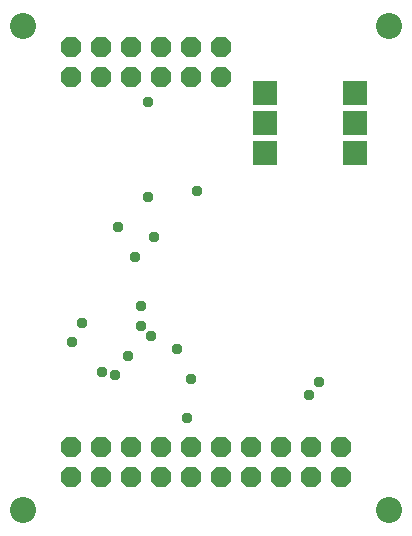
<source format=gbr>
G04 EAGLE Gerber RS-274X export*
G75*
%MOMM*%
%FSLAX34Y34*%
%LPD*%
%INSoldermask Bottom*%
%IPPOS*%
%AMOC8*
5,1,8,0,0,1.08239X$1,22.5*%
G01*
%ADD10C,2.203200*%
%ADD11R,2.003200X2.003200*%
%ADD12P,1.869504X8X202.500000*%
%ADD13P,1.869504X8X22.500000*%
%ADD14C,0.959600*%


D10*
X20000Y430000D03*
X330000Y430000D03*
X330000Y20000D03*
X20000Y20000D03*
D11*
X225260Y373230D03*
X225260Y347830D03*
X225260Y322530D03*
X301460Y373230D03*
X301460Y347830D03*
X301460Y322530D03*
D12*
X289300Y48100D03*
X263900Y48100D03*
X238500Y48100D03*
X213100Y48100D03*
X187700Y48100D03*
X162300Y48100D03*
X136900Y48100D03*
X111500Y48100D03*
X86100Y48100D03*
X60700Y48100D03*
X289300Y73500D03*
X263900Y73500D03*
X238500Y73500D03*
X213100Y73500D03*
X187700Y73500D03*
X162300Y73500D03*
X136900Y73500D03*
X111500Y73500D03*
X86100Y73500D03*
X60700Y73500D03*
D13*
X60960Y411900D03*
X86360Y411900D03*
X111760Y411900D03*
X137160Y411900D03*
X162560Y411900D03*
X187960Y411900D03*
X60960Y386500D03*
X86360Y386500D03*
X111760Y386500D03*
X137160Y386500D03*
X162560Y386500D03*
X187960Y386500D03*
D14*
X69850Y178816D03*
X271018Y128524D03*
X61468Y162052D03*
X162052Y131318D03*
X167640Y290576D03*
X131318Y251460D03*
X86614Y136906D03*
X108966Y150876D03*
X114554Y234696D03*
X125730Y284988D03*
X125730Y366014D03*
X128524Y167640D03*
X100584Y259842D03*
X120142Y176022D03*
X150876Y156464D03*
X159258Y97790D03*
X120142Y192786D03*
X97790Y134112D03*
X262636Y117348D03*
M02*

</source>
